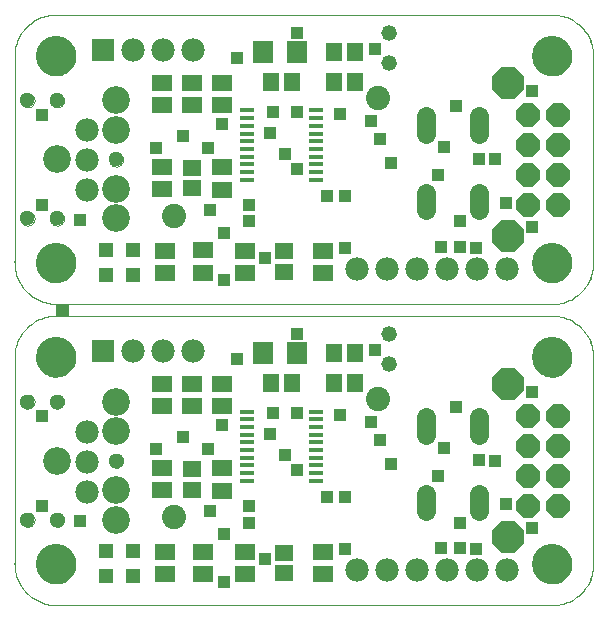
<source format=gts>
G75*
G70*
%OFA0B0*%
%FSLAX24Y24*%
%IPPOS*%
%LPD*%
%AMOC8*
5,1,8,0,0,1.08239X$1,22.5*
%
%ADD10C,0.0000*%
%ADD11R,0.0394X0.0394*%
%ADD12C,0.0000*%
%ADD13C,0.0926*%
%ADD14C,0.0512*%
%ADD15OC8,0.0780*%
%ADD16R,0.0512X0.0512*%
%ADD17R,0.0670X0.0552*%
%ADD18R,0.0552X0.0631*%
%ADD19R,0.0670X0.0749*%
%ADD20C,0.0808*%
%ADD21R,0.0512X0.0158*%
%ADD22C,0.0520*%
%ADD23R,0.0780X0.0780*%
%ADD24C,0.0780*%
%ADD25R,0.0631X0.0552*%
%ADD26C,0.0631*%
%ADD27C,0.1340*%
%ADD28OC8,0.1040*%
%ADD29R,0.0396X0.0396*%
%ADD30C,0.0000*%
%ADD31C,0.0926*%
%ADD32C,0.0512*%
%ADD33OC8,0.0780*%
%ADD34R,0.0512X0.0512*%
%ADD35R,0.0670X0.0552*%
%ADD36R,0.0552X0.0631*%
%ADD37R,0.0670X0.0749*%
%ADD38C,0.0808*%
%ADD39R,0.0512X0.0158*%
%ADD40C,0.0520*%
%ADD41R,0.0780X0.0780*%
%ADD42C,0.0780*%
%ADD43R,0.0631X0.0552*%
%ADD44C,0.0631*%
%ADD45C,0.1340*%
%ADD46OC8,0.1040*%
%ADD47R,0.0396X0.0396*%
D10*
X000100Y001475D02*
X000100Y001517D01*
X000100Y008368D01*
X000100Y008371D01*
X000100Y008368D02*
X000102Y008440D01*
X000108Y008512D01*
X000117Y008584D01*
X000130Y008655D01*
X000147Y008725D01*
X000167Y008794D01*
X000192Y008862D01*
X000219Y008928D01*
X000250Y008994D01*
X000285Y009057D01*
X000322Y009119D01*
X000363Y009178D01*
X000407Y009235D01*
X000454Y009290D01*
X000504Y009342D01*
X000556Y009392D01*
X000611Y009439D01*
X000668Y009483D01*
X000727Y009524D01*
X000789Y009561D01*
X000852Y009596D01*
X000918Y009627D01*
X000984Y009654D01*
X001052Y009679D01*
X001121Y009699D01*
X001191Y009716D01*
X001262Y009729D01*
X001334Y009738D01*
X001406Y009744D01*
X001478Y009746D01*
X001478Y010139D01*
X001475Y010139D01*
X001475Y009746D02*
X001478Y009746D01*
X001872Y009746D02*
X018014Y009746D01*
X018014Y010139D02*
X001872Y010139D01*
X001872Y009746D01*
X001478Y010139D02*
X001405Y010142D01*
X001332Y010149D01*
X001260Y010159D01*
X001188Y010174D01*
X001117Y010192D01*
X001047Y010214D01*
X000979Y010239D01*
X000911Y010268D01*
X000846Y010300D01*
X000782Y010336D01*
X000720Y010375D01*
X000660Y010418D01*
X000603Y010463D01*
X000548Y010511D01*
X000496Y010562D01*
X000446Y010616D01*
X000399Y010673D01*
X000356Y010731D01*
X000315Y010792D01*
X000278Y010855D01*
X000244Y010920D01*
X000213Y010986D01*
X000186Y011054D01*
X000162Y011124D01*
X000143Y011194D01*
X000127Y011266D01*
X000114Y011338D01*
X000106Y011410D01*
X000101Y011484D01*
X000100Y011557D01*
X000100Y018407D01*
X000100Y018410D01*
X000100Y018407D02*
X000102Y018479D01*
X000108Y018551D01*
X000117Y018623D01*
X000130Y018694D01*
X000147Y018764D01*
X000167Y018833D01*
X000192Y018901D01*
X000219Y018967D01*
X000250Y019033D01*
X000285Y019096D01*
X000322Y019158D01*
X000363Y019217D01*
X000407Y019274D01*
X000454Y019329D01*
X000504Y019381D01*
X000556Y019431D01*
X000611Y019478D01*
X000668Y019522D01*
X000727Y019563D01*
X000789Y019600D01*
X000852Y019635D01*
X000918Y019666D01*
X000984Y019693D01*
X001052Y019718D01*
X001121Y019738D01*
X001191Y019755D01*
X001262Y019768D01*
X001334Y019777D01*
X001406Y019783D01*
X001478Y019785D01*
X018014Y019785D01*
X018086Y019783D01*
X018158Y019777D01*
X018230Y019768D01*
X018301Y019755D01*
X018371Y019738D01*
X018440Y019718D01*
X018508Y019693D01*
X018574Y019666D01*
X018640Y019635D01*
X018703Y019600D01*
X018765Y019563D01*
X018824Y019522D01*
X018881Y019478D01*
X018936Y019431D01*
X018988Y019381D01*
X019038Y019329D01*
X019085Y019274D01*
X019129Y019217D01*
X019170Y019158D01*
X019207Y019096D01*
X019242Y019033D01*
X019273Y018967D01*
X019300Y018901D01*
X019325Y018833D01*
X019345Y018764D01*
X019362Y018694D01*
X019375Y018623D01*
X019384Y018551D01*
X019390Y018479D01*
X019392Y018407D01*
X019391Y018407D02*
X019391Y011517D01*
X019392Y011517D02*
X019390Y011445D01*
X019384Y011373D01*
X019375Y011301D01*
X019362Y011230D01*
X019345Y011160D01*
X019325Y011091D01*
X019300Y011023D01*
X019273Y010957D01*
X019242Y010891D01*
X019207Y010828D01*
X019170Y010766D01*
X019129Y010707D01*
X019085Y010650D01*
X019038Y010595D01*
X018988Y010543D01*
X018936Y010493D01*
X018881Y010446D01*
X018824Y010402D01*
X018765Y010361D01*
X018703Y010324D01*
X018640Y010289D01*
X018574Y010258D01*
X018508Y010231D01*
X018440Y010206D01*
X018371Y010186D01*
X018301Y010169D01*
X018230Y010156D01*
X018158Y010147D01*
X018086Y010141D01*
X018014Y010139D01*
X018017Y010139D01*
X018014Y009746D02*
X018086Y009744D01*
X018158Y009738D01*
X018230Y009729D01*
X018301Y009716D01*
X018371Y009699D01*
X018440Y009679D01*
X018508Y009654D01*
X018574Y009627D01*
X018640Y009596D01*
X018703Y009561D01*
X018765Y009524D01*
X018824Y009483D01*
X018881Y009439D01*
X018936Y009392D01*
X018988Y009342D01*
X019038Y009290D01*
X019085Y009235D01*
X019129Y009178D01*
X019170Y009119D01*
X019207Y009057D01*
X019242Y008994D01*
X019273Y008928D01*
X019300Y008862D01*
X019325Y008794D01*
X019345Y008725D01*
X019362Y008655D01*
X019375Y008584D01*
X019384Y008512D01*
X019390Y008440D01*
X019392Y008368D01*
X019391Y008368D02*
X019391Y001478D01*
X019392Y001478D02*
X019390Y001406D01*
X019384Y001334D01*
X019375Y001262D01*
X019362Y001191D01*
X019345Y001121D01*
X019325Y001052D01*
X019300Y000984D01*
X019273Y000918D01*
X019242Y000852D01*
X019207Y000789D01*
X019170Y000727D01*
X019129Y000668D01*
X019085Y000611D01*
X019038Y000556D01*
X018988Y000504D01*
X018936Y000454D01*
X018881Y000407D01*
X018824Y000363D01*
X018765Y000322D01*
X018703Y000285D01*
X018640Y000250D01*
X018574Y000219D01*
X018508Y000192D01*
X018440Y000167D01*
X018371Y000147D01*
X018301Y000130D01*
X018230Y000117D01*
X018158Y000108D01*
X018086Y000102D01*
X018014Y000100D01*
X018017Y000100D01*
X018014Y000100D02*
X001478Y000100D01*
X001475Y000100D01*
X001478Y000100D02*
X001405Y000103D01*
X001332Y000110D01*
X001260Y000120D01*
X001188Y000135D01*
X001117Y000153D01*
X001047Y000175D01*
X000979Y000200D01*
X000911Y000229D01*
X000846Y000261D01*
X000782Y000297D01*
X000720Y000336D01*
X000660Y000379D01*
X000603Y000424D01*
X000548Y000472D01*
X000496Y000523D01*
X000446Y000577D01*
X000399Y000634D01*
X000356Y000692D01*
X000315Y000753D01*
X000278Y000816D01*
X000244Y000881D01*
X000213Y000947D01*
X000186Y001015D01*
X000162Y001085D01*
X000143Y001155D01*
X000127Y001227D01*
X000114Y001299D01*
X000106Y001371D01*
X000101Y001445D01*
X000100Y001518D01*
X000100Y011514D02*
X000100Y011557D01*
D11*
X001675Y009943D03*
D12*
X1475Y100D02*
X1478Y100D01*
X18013Y100D01*
X18016Y100D01*
X17366Y1475D02*
X17368Y1525D01*
X17374Y1575D01*
X17384Y1625D01*
X17397Y1673D01*
X17414Y1721D01*
X17435Y1767D01*
X17459Y1811D01*
X17487Y1853D01*
X17518Y1893D01*
X17552Y1930D01*
X17589Y1965D01*
X17628Y1996D01*
X17669Y2025D01*
X17713Y2050D01*
X17759Y2072D01*
X17806Y2090D01*
X17854Y2104D01*
X17903Y2115D01*
X17953Y2122D01*
X18003Y2125D01*
X18054Y2124D01*
X18104Y2119D01*
X18154Y2110D01*
X18202Y2098D01*
X18250Y2081D01*
X18296Y2061D01*
X18341Y2038D01*
X18384Y2011D01*
X18424Y1981D01*
X18462Y1948D01*
X18497Y1912D01*
X18530Y1873D01*
X18559Y1832D01*
X18585Y1789D01*
X18608Y1744D01*
X18627Y1697D01*
X18642Y1649D01*
X18654Y1600D01*
X18662Y1550D01*
X18666Y1500D01*
X18666Y1450D01*
X18662Y1400D01*
X18654Y1350D01*
X18642Y1301D01*
X18627Y1253D01*
X18608Y1206D01*
X18585Y1161D01*
X18559Y1118D01*
X18530Y1077D01*
X18497Y1038D01*
X18462Y1002D01*
X18424Y969D01*
X18384Y939D01*
X18341Y912D01*
X18296Y889D01*
X18250Y869D01*
X18202Y852D01*
X18154Y840D01*
X18104Y831D01*
X18054Y826D01*
X18003Y825D01*
X17953Y828D01*
X17903Y835D01*
X17854Y846D01*
X17806Y860D01*
X17759Y878D01*
X17713Y900D01*
X17669Y925D01*
X17628Y954D01*
X17589Y985D01*
X17552Y1020D01*
X17518Y1057D01*
X17487Y1097D01*
X17459Y1139D01*
X17435Y1183D01*
X17414Y1229D01*
X17397Y1277D01*
X17384Y1325D01*
X17374Y1375D01*
X17368Y1425D01*
X17366Y1475D01*
X18013Y100D02*
X18085Y102D01*
X18157Y108D01*
X18229Y117D01*
X18300Y130D01*
X18370Y147D01*
X18439Y167D01*
X18507Y192D01*
X18573Y219D01*
X18639Y250D01*
X18702Y285D01*
X18764Y322D01*
X18823Y363D01*
X18880Y407D01*
X18935Y454D01*
X18987Y504D01*
X19037Y556D01*
X19084Y611D01*
X19128Y668D01*
X19169Y727D01*
X19206Y789D01*
X19241Y852D01*
X19272Y918D01*
X19299Y984D01*
X19324Y1052D01*
X19344Y1121D01*
X19361Y1191D01*
X19374Y1262D01*
X19383Y1334D01*
X19389Y1406D01*
X19391Y1478D01*
X19391Y8368D01*
X17363Y8368D02*
X17365Y8418D01*
X17371Y8468D01*
X17381Y8518D01*
X17394Y8566D01*
X17411Y8614D01*
X17432Y8660D01*
X17456Y8704D01*
X17484Y8746D01*
X17515Y8786D01*
X17549Y8823D01*
X17586Y8858D01*
X17625Y8889D01*
X17666Y8918D01*
X17710Y8943D01*
X17756Y8965D01*
X17803Y8983D01*
X17851Y8997D01*
X17900Y9008D01*
X17950Y9015D01*
X18000Y9018D01*
X18051Y9017D01*
X18101Y9012D01*
X18151Y9003D01*
X18199Y8991D01*
X18247Y8974D01*
X18293Y8954D01*
X18338Y8931D01*
X18381Y8904D01*
X18421Y8874D01*
X18459Y8841D01*
X18494Y8805D01*
X18527Y8766D01*
X18556Y8725D01*
X18582Y8682D01*
X18605Y8637D01*
X18624Y8590D01*
X18639Y8542D01*
X18651Y8493D01*
X18659Y8443D01*
X18663Y8393D01*
X18663Y8343D01*
X18659Y8293D01*
X18651Y8243D01*
X18639Y8194D01*
X18624Y8146D01*
X18605Y8099D01*
X18582Y8054D01*
X18556Y8011D01*
X18527Y7970D01*
X18494Y7931D01*
X18459Y7895D01*
X18421Y7862D01*
X18381Y7832D01*
X18338Y7805D01*
X18293Y7782D01*
X18247Y7762D01*
X18199Y7745D01*
X18151Y7733D01*
X18101Y7724D01*
X18051Y7719D01*
X18000Y7718D01*
X17950Y7721D01*
X17900Y7728D01*
X17851Y7739D01*
X17803Y7753D01*
X17756Y7771D01*
X17710Y7793D01*
X17666Y7818D01*
X17625Y7847D01*
X17586Y7878D01*
X17549Y7913D01*
X17515Y7950D01*
X17484Y7990D01*
X17456Y8032D01*
X17432Y8076D01*
X17411Y8122D01*
X17394Y8170D01*
X17381Y8218D01*
X17371Y8268D01*
X17365Y8318D01*
X17363Y8368D01*
X18013Y9746D02*
X18085Y9744D01*
X18157Y9738D01*
X18229Y9729D01*
X18300Y9716D01*
X18370Y9699D01*
X18439Y9679D01*
X18507Y9654D01*
X18573Y9627D01*
X18639Y9596D01*
X18702Y9561D01*
X18764Y9524D01*
X18823Y9483D01*
X18880Y9439D01*
X18935Y9392D01*
X18987Y9342D01*
X19037Y9290D01*
X19084Y9235D01*
X19128Y9178D01*
X19169Y9119D01*
X19206Y9057D01*
X19241Y8994D01*
X19272Y8928D01*
X19299Y8862D01*
X19324Y8794D01*
X19344Y8725D01*
X19361Y8655D01*
X19374Y8584D01*
X19383Y8512D01*
X19389Y8440D01*
X19391Y8368D01*
X18013Y9746D02*
X1478Y9746D01*
X825Y8371D02*
X827Y8421D01*
X833Y8471D01*
X843Y8521D01*
X856Y8569D01*
X873Y8617D01*
X894Y8663D01*
X918Y8707D01*
X946Y8749D01*
X977Y8789D01*
X1011Y8826D01*
X1048Y8861D01*
X1087Y8892D01*
X1128Y8921D01*
X1172Y8946D01*
X1218Y8968D01*
X1265Y8986D01*
X1313Y9000D01*
X1362Y9011D01*
X1412Y9018D01*
X1462Y9021D01*
X1513Y9020D01*
X1563Y9015D01*
X1613Y9006D01*
X1661Y8994D01*
X1709Y8977D01*
X1755Y8957D01*
X1800Y8934D01*
X1843Y8907D01*
X1883Y8877D01*
X1921Y8844D01*
X1956Y8808D01*
X1989Y8769D01*
X2018Y8728D01*
X2044Y8685D01*
X2067Y8640D01*
X2086Y8593D01*
X2101Y8545D01*
X2113Y8496D01*
X2121Y8446D01*
X2125Y8396D01*
X2125Y8346D01*
X2121Y8296D01*
X2113Y8246D01*
X2101Y8197D01*
X2086Y8149D01*
X2067Y8102D01*
X2044Y8057D01*
X2018Y8014D01*
X1989Y7973D01*
X1956Y7934D01*
X1921Y7898D01*
X1883Y7865D01*
X1843Y7835D01*
X1800Y7808D01*
X1755Y7785D01*
X1709Y7765D01*
X1661Y7748D01*
X1613Y7736D01*
X1563Y7727D01*
X1513Y7722D01*
X1462Y7721D01*
X1412Y7724D01*
X1362Y7731D01*
X1313Y7742D01*
X1265Y7756D01*
X1218Y7774D01*
X1172Y7796D01*
X1128Y7821D01*
X1087Y7850D01*
X1048Y7881D01*
X1011Y7916D01*
X977Y7953D01*
X946Y7993D01*
X918Y8035D01*
X894Y8079D01*
X873Y8125D01*
X856Y8173D01*
X843Y8221D01*
X833Y8271D01*
X827Y8321D01*
X825Y8371D01*
X100Y8368D02*
X102Y8440D01*
X108Y8512D01*
X117Y8584D01*
X130Y8655D01*
X147Y8725D01*
X167Y8794D01*
X192Y8862D01*
X219Y8928D01*
X250Y8994D01*
X285Y9057D01*
X322Y9119D01*
X363Y9178D01*
X407Y9235D01*
X454Y9290D01*
X504Y9342D01*
X556Y9392D01*
X611Y9439D01*
X668Y9483D01*
X727Y9524D01*
X789Y9561D01*
X852Y9596D01*
X918Y9627D01*
X984Y9654D01*
X1052Y9679D01*
X1121Y9699D01*
X1191Y9716D01*
X1262Y9729D01*
X1334Y9738D01*
X1406Y9744D01*
X1478Y9746D01*
X100Y8371D02*
X100Y8368D01*
X100Y1518D01*
X100Y1475D01*
X825Y1475D02*
X827Y1525D01*
X833Y1575D01*
X843Y1625D01*
X856Y1673D01*
X873Y1721D01*
X894Y1767D01*
X918Y1811D01*
X946Y1853D01*
X977Y1893D01*
X1011Y1930D01*
X1048Y1965D01*
X1087Y1996D01*
X1128Y2025D01*
X1172Y2050D01*
X1218Y2072D01*
X1265Y2090D01*
X1313Y2104D01*
X1362Y2115D01*
X1412Y2122D01*
X1462Y2125D01*
X1513Y2124D01*
X1563Y2119D01*
X1613Y2110D01*
X1661Y2098D01*
X1709Y2081D01*
X1755Y2061D01*
X1800Y2038D01*
X1843Y2011D01*
X1883Y1981D01*
X1921Y1948D01*
X1956Y1912D01*
X1989Y1873D01*
X2018Y1832D01*
X2044Y1789D01*
X2067Y1744D01*
X2086Y1697D01*
X2101Y1649D01*
X2113Y1600D01*
X2121Y1550D01*
X2125Y1500D01*
X2125Y1450D01*
X2121Y1400D01*
X2113Y1350D01*
X2101Y1301D01*
X2086Y1253D01*
X2067Y1206D01*
X2044Y1161D01*
X2018Y1118D01*
X1989Y1077D01*
X1956Y1038D01*
X1921Y1002D01*
X1883Y969D01*
X1843Y939D01*
X1800Y912D01*
X1755Y889D01*
X1709Y869D01*
X1661Y852D01*
X1613Y840D01*
X1563Y831D01*
X1513Y826D01*
X1462Y825D01*
X1412Y828D01*
X1362Y835D01*
X1313Y846D01*
X1265Y860D01*
X1218Y878D01*
X1172Y900D01*
X1128Y925D01*
X1087Y954D01*
X1048Y985D01*
X1011Y1020D01*
X977Y1057D01*
X946Y1097D01*
X918Y1139D01*
X894Y1183D01*
X873Y1229D01*
X856Y1277D01*
X843Y1325D01*
X833Y1375D01*
X827Y1425D01*
X825Y1475D01*
X99Y1518D02*
X100Y1445D01*
X105Y1371D01*
X113Y1299D01*
X126Y1227D01*
X142Y1155D01*
X161Y1085D01*
X185Y1015D01*
X212Y947D01*
X243Y881D01*
X277Y816D01*
X314Y753D01*
X355Y692D01*
X398Y634D01*
X445Y577D01*
X495Y523D01*
X547Y472D01*
X602Y424D01*
X659Y379D01*
X719Y336D01*
X781Y297D01*
X845Y261D01*
X910Y229D01*
X978Y200D01*
X1046Y175D01*
X1116Y153D01*
X1187Y135D01*
X1259Y120D01*
X1331Y110D01*
X1404Y103D01*
X1477Y100D01*
X1281Y2951D02*
X1283Y2981D01*
X1289Y3011D01*
X1298Y3040D01*
X1311Y3067D01*
X1328Y3092D01*
X1347Y3115D01*
X1370Y3136D01*
X1395Y3153D01*
X1421Y3167D01*
X1450Y3177D01*
X1479Y3184D01*
X1509Y3187D01*
X1540Y3186D01*
X1570Y3181D01*
X1599Y3172D01*
X1626Y3160D01*
X1652Y3145D01*
X1676Y3126D01*
X1697Y3104D01*
X1715Y3080D01*
X1730Y3053D01*
X1741Y3025D01*
X1749Y2996D01*
X1753Y2966D01*
X1753Y2936D01*
X1749Y2906D01*
X1741Y2877D01*
X1730Y2849D01*
X1715Y2822D01*
X1697Y2798D01*
X1676Y2776D01*
X1652Y2757D01*
X1626Y2742D01*
X1599Y2730D01*
X1570Y2721D01*
X1540Y2716D01*
X1509Y2715D01*
X1479Y2718D01*
X1450Y2725D01*
X1421Y2735D01*
X1395Y2749D01*
X1370Y2766D01*
X1347Y2787D01*
X1328Y2810D01*
X1311Y2835D01*
X1298Y2862D01*
X1289Y2891D01*
X1283Y2921D01*
X1281Y2951D01*
X297Y2951D02*
X299Y2981D01*
X305Y3011D01*
X314Y3040D01*
X327Y3067D01*
X344Y3092D01*
X363Y3115D01*
X386Y3136D01*
X411Y3153D01*
X437Y3167D01*
X466Y3177D01*
X495Y3184D01*
X525Y3187D01*
X556Y3186D01*
X586Y3181D01*
X615Y3172D01*
X642Y3160D01*
X668Y3145D01*
X692Y3126D01*
X713Y3104D01*
X731Y3080D01*
X746Y3053D01*
X757Y3025D01*
X765Y2996D01*
X769Y2966D01*
X769Y2936D01*
X765Y2906D01*
X757Y2877D01*
X746Y2849D01*
X731Y2822D01*
X713Y2798D01*
X692Y2776D01*
X668Y2757D01*
X642Y2742D01*
X615Y2730D01*
X586Y2721D01*
X556Y2716D01*
X525Y2715D01*
X495Y2718D01*
X466Y2725D01*
X437Y2735D01*
X411Y2749D01*
X386Y2766D01*
X363Y2787D01*
X344Y2810D01*
X327Y2835D01*
X314Y2862D01*
X305Y2891D01*
X299Y2921D01*
X297Y2951D01*
X3250Y4919D02*
X3252Y4949D01*
X3258Y4979D01*
X3267Y5008D01*
X3280Y5035D01*
X3297Y5060D01*
X3316Y5083D01*
X3339Y5104D01*
X3364Y5121D01*
X3390Y5135D01*
X3419Y5145D01*
X3448Y5152D01*
X3478Y5155D01*
X3509Y5154D01*
X3539Y5149D01*
X3568Y5140D01*
X3595Y5128D01*
X3621Y5113D01*
X3645Y5094D01*
X3666Y5072D01*
X3684Y5048D01*
X3699Y5021D01*
X3710Y4993D01*
X3718Y4964D01*
X3722Y4934D01*
X3722Y4904D01*
X3718Y4874D01*
X3710Y4845D01*
X3699Y4817D01*
X3684Y4790D01*
X3666Y4766D01*
X3645Y4744D01*
X3621Y4725D01*
X3595Y4710D01*
X3568Y4698D01*
X3539Y4689D01*
X3509Y4684D01*
X3478Y4683D01*
X3448Y4686D01*
X3419Y4693D01*
X3390Y4703D01*
X3364Y4717D01*
X3339Y4734D01*
X3316Y4755D01*
X3297Y4778D01*
X3280Y4803D01*
X3267Y4830D01*
X3258Y4859D01*
X3252Y4889D01*
X3250Y4919D01*
X1281Y6888D02*
X1283Y6918D01*
X1289Y6948D01*
X1298Y6977D01*
X1311Y7004D01*
X1328Y7029D01*
X1347Y7052D01*
X1370Y7073D01*
X1395Y7090D01*
X1421Y7104D01*
X1450Y7114D01*
X1479Y7121D01*
X1509Y7124D01*
X1540Y7123D01*
X1570Y7118D01*
X1599Y7109D01*
X1626Y7097D01*
X1652Y7082D01*
X1676Y7063D01*
X1697Y7041D01*
X1715Y7017D01*
X1730Y6990D01*
X1741Y6962D01*
X1749Y6933D01*
X1753Y6903D01*
X1753Y6873D01*
X1749Y6843D01*
X1741Y6814D01*
X1730Y6786D01*
X1715Y6759D01*
X1697Y6735D01*
X1676Y6713D01*
X1652Y6694D01*
X1626Y6679D01*
X1599Y6667D01*
X1570Y6658D01*
X1540Y6653D01*
X1509Y6652D01*
X1479Y6655D01*
X1450Y6662D01*
X1421Y6672D01*
X1395Y6686D01*
X1370Y6703D01*
X1347Y6724D01*
X1328Y6747D01*
X1311Y6772D01*
X1298Y6799D01*
X1289Y6828D01*
X1283Y6858D01*
X1281Y6888D01*
X297Y6888D02*
X299Y6918D01*
X305Y6948D01*
X314Y6977D01*
X327Y7004D01*
X344Y7029D01*
X363Y7052D01*
X386Y7073D01*
X411Y7090D01*
X437Y7104D01*
X466Y7114D01*
X495Y7121D01*
X525Y7124D01*
X556Y7123D01*
X586Y7118D01*
X615Y7109D01*
X642Y7097D01*
X668Y7082D01*
X692Y7063D01*
X713Y7041D01*
X731Y7017D01*
X746Y6990D01*
X757Y6962D01*
X765Y6933D01*
X769Y6903D01*
X769Y6873D01*
X765Y6843D01*
X757Y6814D01*
X746Y6786D01*
X731Y6759D01*
X713Y6735D01*
X692Y6713D01*
X668Y6694D01*
X642Y6679D01*
X615Y6667D01*
X586Y6658D01*
X556Y6653D01*
X525Y6652D01*
X495Y6655D01*
X466Y6662D01*
X437Y6672D01*
X411Y6686D01*
X386Y6703D01*
X363Y6724D01*
X344Y6747D01*
X327Y6772D01*
X314Y6799D01*
X305Y6828D01*
X299Y6858D01*
X297Y6888D01*
D13*
X3486Y6888D03*
X3486Y5903D03*
X1517Y4919D03*
X3486Y3935D03*
X3486Y2951D03*
D14*
X1517Y2951D03*
X533Y2951D03*
X3486Y4919D03*
X1517Y6888D03*
X533Y6888D03*
D15*
X17214Y6416D03*
X18214Y6416D03*
X18214Y5416D03*
X17214Y5416D03*
X17214Y4416D03*
X18214Y4416D03*
X18214Y3416D03*
X17214Y3416D03*
D16*
X4037Y1892D03*
X3151Y1892D03*
X3151Y1065D03*
X4037Y1065D03*
D17*
X5102Y1133D03*
X5102Y1881D03*
X6389Y1887D03*
X6389Y1139D03*
X7777Y1134D03*
X7777Y1882D03*
X10398Y1881D03*
X10398Y1133D03*
X7000Y3917D03*
X7000Y4665D03*
X5000Y4674D03*
X5000Y3926D03*
X5000Y6726D03*
X6000Y6726D03*
X7000Y6726D03*
X7000Y7474D03*
X6000Y7474D03*
X5000Y7474D03*
D18*
X8665Y7500D03*
X9334Y7500D03*
X10765Y7500D03*
X11434Y7500D03*
X11434Y8500D03*
X10765Y8500D03*
D19*
X9501Y8508D03*
X8399Y8508D03*
D20*
X12219Y6966D03*
X5400Y3029D03*
D21*
X7858Y4249D03*
X7858Y4505D03*
X7858Y4760D03*
X7858Y5016D03*
X7858Y5272D03*
X7858Y5528D03*
X7858Y5784D03*
X7858Y6040D03*
X7858Y6296D03*
X7858Y6552D03*
X10141Y6552D03*
X10141Y6296D03*
X10141Y6040D03*
X10141Y5784D03*
X10141Y5528D03*
X10141Y5272D03*
X10141Y5016D03*
X10141Y4760D03*
X10141Y4505D03*
X10141Y4249D03*
D22*
X12578Y8129D03*
X12578Y9129D03*
D23*
X3044Y8579D03*
D24*
X4044Y8579D03*
X5044Y8579D03*
X6044Y8579D03*
X2520Y5890D03*
X2520Y4890D03*
X2520Y3890D03*
X11531Y1276D03*
X12531Y1276D03*
X13531Y1276D03*
X14531Y1276D03*
X15531Y1276D03*
X16531Y1276D03*
D25*
X9082Y1182D03*
X9082Y1852D03*
X6006Y3956D03*
X6006Y4625D03*
D26*
X13814Y3816D02*
X13814Y3225D01*
X15586Y3225D02*
X15586Y3816D01*
X15586Y5784D02*
X15586Y6375D01*
X13814Y6375D02*
X13814Y5784D01*
D27*
X18013Y8368D03*
X18016Y1475D03*
X1475Y1475D03*
X1475Y8371D03*
D28*
X16537Y7482D03*
X16537Y2364D03*
D29*
X17356Y2671D03*
X16470Y3458D03*
X14962Y2856D03*
X14954Y2002D03*
X15486Y1982D03*
X14306Y2000D03*
X11123Y1970D03*
X8454Y1629D03*
X7088Y888D03*
X7088Y2462D03*
X7927Y2856D03*
X7925Y3397D03*
X6600Y3250D03*
X9500Y4600D03*
X9100Y5100D03*
X8600Y5800D03*
X8700Y6500D03*
X9500Y6500D03*
X10950Y6450D03*
X11993Y6194D03*
X12295Y5603D03*
X12637Y4806D03*
X14200Y4400D03*
X15584Y4935D03*
X16122Y4924D03*
X14400Y5350D03*
X14800Y6700D03*
X17356Y7199D03*
X12100Y8595D03*
X9500Y9150D03*
X7503Y8297D03*
X7000Y6100D03*
X5700Y5700D03*
X6550Y5300D03*
X4800Y5300D03*
X1000Y6400D03*
X1000Y3400D03*
X2287Y2913D03*
X10500Y3700D03*
X11100Y3700D03*
D30*
X1475Y10140D02*
X1478Y10140D01*
X18013Y10140D01*
X18016Y10140D01*
X17366Y11515D02*
X17368Y11565D01*
X17374Y11615D01*
X17384Y11665D01*
X17397Y11713D01*
X17414Y11761D01*
X17435Y11807D01*
X17459Y11851D01*
X17487Y11893D01*
X17518Y11933D01*
X17552Y11970D01*
X17589Y12005D01*
X17628Y12036D01*
X17669Y12065D01*
X17713Y12090D01*
X17759Y12112D01*
X17806Y12130D01*
X17854Y12144D01*
X17903Y12155D01*
X17953Y12162D01*
X18003Y12165D01*
X18054Y12164D01*
X18104Y12159D01*
X18154Y12150D01*
X18202Y12138D01*
X18250Y12121D01*
X18296Y12101D01*
X18341Y12078D01*
X18384Y12051D01*
X18424Y12021D01*
X18462Y11988D01*
X18497Y11952D01*
X18530Y11913D01*
X18559Y11872D01*
X18585Y11829D01*
X18608Y11784D01*
X18627Y11737D01*
X18642Y11689D01*
X18654Y11640D01*
X18662Y11590D01*
X18666Y11540D01*
X18666Y11490D01*
X18662Y11440D01*
X18654Y11390D01*
X18642Y11341D01*
X18627Y11293D01*
X18608Y11246D01*
X18585Y11201D01*
X18559Y11158D01*
X18530Y11117D01*
X18497Y11078D01*
X18462Y11042D01*
X18424Y11009D01*
X18384Y10979D01*
X18341Y10952D01*
X18296Y10929D01*
X18250Y10909D01*
X18202Y10892D01*
X18154Y10880D01*
X18104Y10871D01*
X18054Y10866D01*
X18003Y10865D01*
X17953Y10868D01*
X17903Y10875D01*
X17854Y10886D01*
X17806Y10900D01*
X17759Y10918D01*
X17713Y10940D01*
X17669Y10965D01*
X17628Y10994D01*
X17589Y11025D01*
X17552Y11060D01*
X17518Y11097D01*
X17487Y11137D01*
X17459Y11179D01*
X17435Y11223D01*
X17414Y11269D01*
X17397Y11317D01*
X17384Y11365D01*
X17374Y11415D01*
X17368Y11465D01*
X17366Y11515D01*
X18013Y10140D02*
X18085Y10142D01*
X18157Y10148D01*
X18229Y10157D01*
X18300Y10170D01*
X18370Y10187D01*
X18439Y10207D01*
X18507Y10232D01*
X18573Y10259D01*
X18639Y10290D01*
X18702Y10325D01*
X18764Y10362D01*
X18823Y10403D01*
X18880Y10447D01*
X18935Y10494D01*
X18987Y10544D01*
X19037Y10596D01*
X19084Y10651D01*
X19128Y10708D01*
X19169Y10767D01*
X19206Y10829D01*
X19241Y10892D01*
X19272Y10958D01*
X19299Y11024D01*
X19324Y11092D01*
X19344Y11161D01*
X19361Y11231D01*
X19374Y11302D01*
X19383Y11374D01*
X19389Y11446D01*
X19391Y11518D01*
X19391Y18408D01*
X17363Y18408D02*
X17365Y18458D01*
X17371Y18508D01*
X17381Y18558D01*
X17394Y18606D01*
X17411Y18654D01*
X17432Y18700D01*
X17456Y18744D01*
X17484Y18786D01*
X17515Y18826D01*
X17549Y18863D01*
X17586Y18898D01*
X17625Y18929D01*
X17666Y18958D01*
X17710Y18983D01*
X17756Y19005D01*
X17803Y19023D01*
X17851Y19037D01*
X17900Y19048D01*
X17950Y19055D01*
X18000Y19058D01*
X18051Y19057D01*
X18101Y19052D01*
X18151Y19043D01*
X18199Y19031D01*
X18247Y19014D01*
X18293Y18994D01*
X18338Y18971D01*
X18381Y18944D01*
X18421Y18914D01*
X18459Y18881D01*
X18494Y18845D01*
X18527Y18806D01*
X18556Y18765D01*
X18582Y18722D01*
X18605Y18677D01*
X18624Y18630D01*
X18639Y18582D01*
X18651Y18533D01*
X18659Y18483D01*
X18663Y18433D01*
X18663Y18383D01*
X18659Y18333D01*
X18651Y18283D01*
X18639Y18234D01*
X18624Y18186D01*
X18605Y18139D01*
X18582Y18094D01*
X18556Y18051D01*
X18527Y18010D01*
X18494Y17971D01*
X18459Y17935D01*
X18421Y17902D01*
X18381Y17872D01*
X18338Y17845D01*
X18293Y17822D01*
X18247Y17802D01*
X18199Y17785D01*
X18151Y17773D01*
X18101Y17764D01*
X18051Y17759D01*
X18000Y17758D01*
X17950Y17761D01*
X17900Y17768D01*
X17851Y17779D01*
X17803Y17793D01*
X17756Y17811D01*
X17710Y17833D01*
X17666Y17858D01*
X17625Y17887D01*
X17586Y17918D01*
X17549Y17953D01*
X17515Y17990D01*
X17484Y18030D01*
X17456Y18072D01*
X17432Y18116D01*
X17411Y18162D01*
X17394Y18210D01*
X17381Y18258D01*
X17371Y18308D01*
X17365Y18358D01*
X17363Y18408D01*
X18013Y19786D02*
X18085Y19784D01*
X18157Y19778D01*
X18229Y19769D01*
X18300Y19756D01*
X18370Y19739D01*
X18439Y19719D01*
X18507Y19694D01*
X18573Y19667D01*
X18639Y19636D01*
X18702Y19601D01*
X18764Y19564D01*
X18823Y19523D01*
X18880Y19479D01*
X18935Y19432D01*
X18987Y19382D01*
X19037Y19330D01*
X19084Y19275D01*
X19128Y19218D01*
X19169Y19159D01*
X19206Y19097D01*
X19241Y19034D01*
X19272Y18968D01*
X19299Y18902D01*
X19324Y18834D01*
X19344Y18765D01*
X19361Y18695D01*
X19374Y18624D01*
X19383Y18552D01*
X19389Y18480D01*
X19391Y18408D01*
X18013Y19786D02*
X1478Y19786D01*
X825Y18411D02*
X827Y18461D01*
X833Y18511D01*
X843Y18561D01*
X856Y18609D01*
X873Y18657D01*
X894Y18703D01*
X918Y18747D01*
X946Y18789D01*
X977Y18829D01*
X1011Y18866D01*
X1048Y18901D01*
X1087Y18932D01*
X1128Y18961D01*
X1172Y18986D01*
X1218Y19008D01*
X1265Y19026D01*
X1313Y19040D01*
X1362Y19051D01*
X1412Y19058D01*
X1462Y19061D01*
X1513Y19060D01*
X1563Y19055D01*
X1613Y19046D01*
X1661Y19034D01*
X1709Y19017D01*
X1755Y18997D01*
X1800Y18974D01*
X1843Y18947D01*
X1883Y18917D01*
X1921Y18884D01*
X1956Y18848D01*
X1989Y18809D01*
X2018Y18768D01*
X2044Y18725D01*
X2067Y18680D01*
X2086Y18633D01*
X2101Y18585D01*
X2113Y18536D01*
X2121Y18486D01*
X2125Y18436D01*
X2125Y18386D01*
X2121Y18336D01*
X2113Y18286D01*
X2101Y18237D01*
X2086Y18189D01*
X2067Y18142D01*
X2044Y18097D01*
X2018Y18054D01*
X1989Y18013D01*
X1956Y17974D01*
X1921Y17938D01*
X1883Y17905D01*
X1843Y17875D01*
X1800Y17848D01*
X1755Y17825D01*
X1709Y17805D01*
X1661Y17788D01*
X1613Y17776D01*
X1563Y17767D01*
X1513Y17762D01*
X1462Y17761D01*
X1412Y17764D01*
X1362Y17771D01*
X1313Y17782D01*
X1265Y17796D01*
X1218Y17814D01*
X1172Y17836D01*
X1128Y17861D01*
X1087Y17890D01*
X1048Y17921D01*
X1011Y17956D01*
X977Y17993D01*
X946Y18033D01*
X918Y18075D01*
X894Y18119D01*
X873Y18165D01*
X856Y18213D01*
X843Y18261D01*
X833Y18311D01*
X827Y18361D01*
X825Y18411D01*
X100Y18408D02*
X102Y18480D01*
X108Y18552D01*
X117Y18624D01*
X130Y18695D01*
X147Y18765D01*
X167Y18834D01*
X192Y18902D01*
X219Y18968D01*
X250Y19034D01*
X285Y19097D01*
X322Y19159D01*
X363Y19218D01*
X407Y19275D01*
X454Y19330D01*
X504Y19382D01*
X556Y19432D01*
X611Y19479D01*
X668Y19523D01*
X727Y19564D01*
X789Y19601D01*
X852Y19636D01*
X918Y19667D01*
X984Y19694D01*
X1052Y19719D01*
X1121Y19739D01*
X1191Y19756D01*
X1262Y19769D01*
X1334Y19778D01*
X1406Y19784D01*
X1478Y19786D01*
X100Y18411D02*
X100Y18408D01*
X100Y11558D01*
X100Y11515D01*
X825Y11515D02*
X827Y11565D01*
X833Y11615D01*
X843Y11665D01*
X856Y11713D01*
X873Y11761D01*
X894Y11807D01*
X918Y11851D01*
X946Y11893D01*
X977Y11933D01*
X1011Y11970D01*
X1048Y12005D01*
X1087Y12036D01*
X1128Y12065D01*
X1172Y12090D01*
X1218Y12112D01*
X1265Y12130D01*
X1313Y12144D01*
X1362Y12155D01*
X1412Y12162D01*
X1462Y12165D01*
X1513Y12164D01*
X1563Y12159D01*
X1613Y12150D01*
X1661Y12138D01*
X1709Y12121D01*
X1755Y12101D01*
X1800Y12078D01*
X1843Y12051D01*
X1883Y12021D01*
X1921Y11988D01*
X1956Y11952D01*
X1989Y11913D01*
X2018Y11872D01*
X2044Y11829D01*
X2067Y11784D01*
X2086Y11737D01*
X2101Y11689D01*
X2113Y11640D01*
X2121Y11590D01*
X2125Y11540D01*
X2125Y11490D01*
X2121Y11440D01*
X2113Y11390D01*
X2101Y11341D01*
X2086Y11293D01*
X2067Y11246D01*
X2044Y11201D01*
X2018Y11158D01*
X1989Y11117D01*
X1956Y11078D01*
X1921Y11042D01*
X1883Y11009D01*
X1843Y10979D01*
X1800Y10952D01*
X1755Y10929D01*
X1709Y10909D01*
X1661Y10892D01*
X1613Y10880D01*
X1563Y10871D01*
X1513Y10866D01*
X1462Y10865D01*
X1412Y10868D01*
X1362Y10875D01*
X1313Y10886D01*
X1265Y10900D01*
X1218Y10918D01*
X1172Y10940D01*
X1128Y10965D01*
X1087Y10994D01*
X1048Y11025D01*
X1011Y11060D01*
X977Y11097D01*
X946Y11137D01*
X918Y11179D01*
X894Y11223D01*
X873Y11269D01*
X856Y11317D01*
X843Y11365D01*
X833Y11415D01*
X827Y11465D01*
X825Y11515D01*
X99Y11558D02*
X100Y11485D01*
X105Y11411D01*
X113Y11339D01*
X126Y11267D01*
X142Y11195D01*
X161Y11125D01*
X185Y11055D01*
X212Y10987D01*
X243Y10921D01*
X277Y10856D01*
X314Y10793D01*
X355Y10732D01*
X398Y10674D01*
X445Y10617D01*
X495Y10563D01*
X547Y10512D01*
X602Y10464D01*
X659Y10419D01*
X719Y10376D01*
X781Y10337D01*
X845Y10301D01*
X910Y10269D01*
X978Y10240D01*
X1046Y10215D01*
X1116Y10193D01*
X1187Y10175D01*
X1259Y10160D01*
X1331Y10150D01*
X1404Y10143D01*
X1477Y10140D01*
X1281Y12991D02*
X1283Y13021D01*
X1289Y13051D01*
X1298Y13080D01*
X1311Y13107D01*
X1328Y13132D01*
X1347Y13155D01*
X1370Y13176D01*
X1395Y13193D01*
X1421Y13207D01*
X1450Y13217D01*
X1479Y13224D01*
X1509Y13227D01*
X1540Y13226D01*
X1570Y13221D01*
X1599Y13212D01*
X1626Y13200D01*
X1652Y13185D01*
X1676Y13166D01*
X1697Y13144D01*
X1715Y13120D01*
X1730Y13093D01*
X1741Y13065D01*
X1749Y13036D01*
X1753Y13006D01*
X1753Y12976D01*
X1749Y12946D01*
X1741Y12917D01*
X1730Y12889D01*
X1715Y12862D01*
X1697Y12838D01*
X1676Y12816D01*
X1652Y12797D01*
X1626Y12782D01*
X1599Y12770D01*
X1570Y12761D01*
X1540Y12756D01*
X1509Y12755D01*
X1479Y12758D01*
X1450Y12765D01*
X1421Y12775D01*
X1395Y12789D01*
X1370Y12806D01*
X1347Y12827D01*
X1328Y12850D01*
X1311Y12875D01*
X1298Y12902D01*
X1289Y12931D01*
X1283Y12961D01*
X1281Y12991D01*
X297Y12991D02*
X299Y13021D01*
X305Y13051D01*
X314Y13080D01*
X327Y13107D01*
X344Y13132D01*
X363Y13155D01*
X386Y13176D01*
X411Y13193D01*
X437Y13207D01*
X466Y13217D01*
X495Y13224D01*
X525Y13227D01*
X556Y13226D01*
X586Y13221D01*
X615Y13212D01*
X642Y13200D01*
X668Y13185D01*
X692Y13166D01*
X713Y13144D01*
X731Y13120D01*
X746Y13093D01*
X757Y13065D01*
X765Y13036D01*
X769Y13006D01*
X769Y12976D01*
X765Y12946D01*
X757Y12917D01*
X746Y12889D01*
X731Y12862D01*
X713Y12838D01*
X692Y12816D01*
X668Y12797D01*
X642Y12782D01*
X615Y12770D01*
X586Y12761D01*
X556Y12756D01*
X525Y12755D01*
X495Y12758D01*
X466Y12765D01*
X437Y12775D01*
X411Y12789D01*
X386Y12806D01*
X363Y12827D01*
X344Y12850D01*
X327Y12875D01*
X314Y12902D01*
X305Y12931D01*
X299Y12961D01*
X297Y12991D01*
X3250Y14959D02*
X3252Y14989D01*
X3258Y15019D01*
X3267Y15048D01*
X3280Y15075D01*
X3297Y15100D01*
X3316Y15123D01*
X3339Y15144D01*
X3364Y15161D01*
X3390Y15175D01*
X3419Y15185D01*
X3448Y15192D01*
X3478Y15195D01*
X3509Y15194D01*
X3539Y15189D01*
X3568Y15180D01*
X3595Y15168D01*
X3621Y15153D01*
X3645Y15134D01*
X3666Y15112D01*
X3684Y15088D01*
X3699Y15061D01*
X3710Y15033D01*
X3718Y15004D01*
X3722Y14974D01*
X3722Y14944D01*
X3718Y14914D01*
X3710Y14885D01*
X3699Y14857D01*
X3684Y14830D01*
X3666Y14806D01*
X3645Y14784D01*
X3621Y14765D01*
X3595Y14750D01*
X3568Y14738D01*
X3539Y14729D01*
X3509Y14724D01*
X3478Y14723D01*
X3448Y14726D01*
X3419Y14733D01*
X3390Y14743D01*
X3364Y14757D01*
X3339Y14774D01*
X3316Y14795D01*
X3297Y14818D01*
X3280Y14843D01*
X3267Y14870D01*
X3258Y14899D01*
X3252Y14929D01*
X3250Y14959D01*
X1281Y16928D02*
X1283Y16958D01*
X1289Y16988D01*
X1298Y17017D01*
X1311Y17044D01*
X1328Y17069D01*
X1347Y17092D01*
X1370Y17113D01*
X1395Y17130D01*
X1421Y17144D01*
X1450Y17154D01*
X1479Y17161D01*
X1509Y17164D01*
X1540Y17163D01*
X1570Y17158D01*
X1599Y17149D01*
X1626Y17137D01*
X1652Y17122D01*
X1676Y17103D01*
X1697Y17081D01*
X1715Y17057D01*
X1730Y17030D01*
X1741Y17002D01*
X1749Y16973D01*
X1753Y16943D01*
X1753Y16913D01*
X1749Y16883D01*
X1741Y16854D01*
X1730Y16826D01*
X1715Y16799D01*
X1697Y16775D01*
X1676Y16753D01*
X1652Y16734D01*
X1626Y16719D01*
X1599Y16707D01*
X1570Y16698D01*
X1540Y16693D01*
X1509Y16692D01*
X1479Y16695D01*
X1450Y16702D01*
X1421Y16712D01*
X1395Y16726D01*
X1370Y16743D01*
X1347Y16764D01*
X1328Y16787D01*
X1311Y16812D01*
X1298Y16839D01*
X1289Y16868D01*
X1283Y16898D01*
X1281Y16928D01*
X297Y16928D02*
X299Y16958D01*
X305Y16988D01*
X314Y17017D01*
X327Y17044D01*
X344Y17069D01*
X363Y17092D01*
X386Y17113D01*
X411Y17130D01*
X437Y17144D01*
X466Y17154D01*
X495Y17161D01*
X525Y17164D01*
X556Y17163D01*
X586Y17158D01*
X615Y17149D01*
X642Y17137D01*
X668Y17122D01*
X692Y17103D01*
X713Y17081D01*
X731Y17057D01*
X746Y17030D01*
X757Y17002D01*
X765Y16973D01*
X769Y16943D01*
X769Y16913D01*
X765Y16883D01*
X757Y16854D01*
X746Y16826D01*
X731Y16799D01*
X713Y16775D01*
X692Y16753D01*
X668Y16734D01*
X642Y16719D01*
X615Y16707D01*
X586Y16698D01*
X556Y16693D01*
X525Y16692D01*
X495Y16695D01*
X466Y16702D01*
X437Y16712D01*
X411Y16726D01*
X386Y16743D01*
X363Y16764D01*
X344Y16787D01*
X327Y16812D01*
X314Y16839D01*
X305Y16868D01*
X299Y16898D01*
X297Y16928D01*
D31*
X3486Y16928D03*
X3486Y15943D03*
X1517Y14959D03*
X3486Y13975D03*
X3486Y12991D03*
D32*
X1517Y12991D03*
X533Y12991D03*
X3486Y14959D03*
X1517Y16928D03*
X533Y16928D03*
D33*
X17214Y16456D03*
X18214Y16456D03*
X18214Y15456D03*
X17214Y15456D03*
X17214Y14456D03*
X18214Y14456D03*
X18214Y13456D03*
X17214Y13456D03*
D34*
X4037Y11932D03*
X3151Y11932D03*
X3151Y11105D03*
X4037Y11105D03*
D35*
X5102Y11173D03*
X5102Y11921D03*
X6389Y11927D03*
X6389Y11179D03*
X7777Y11174D03*
X7777Y11922D03*
X10398Y11921D03*
X10398Y11173D03*
X7000Y13957D03*
X7000Y14705D03*
X5000Y14714D03*
X5000Y13966D03*
X5000Y16766D03*
X6000Y16766D03*
X7000Y16766D03*
X7000Y17514D03*
X6000Y17514D03*
X5000Y17514D03*
D36*
X8665Y17540D03*
X9334Y17540D03*
X10765Y17540D03*
X11434Y17540D03*
X11434Y18540D03*
X10765Y18540D03*
D37*
X9501Y18548D03*
X8399Y18548D03*
D38*
X12219Y17006D03*
X5400Y13069D03*
D39*
X7858Y14289D03*
X7858Y14545D03*
X7858Y14800D03*
X7858Y15056D03*
X7858Y15312D03*
X7858Y15568D03*
X7858Y15824D03*
X7858Y16080D03*
X7858Y16336D03*
X7858Y16592D03*
X10141Y16592D03*
X10141Y16336D03*
X10141Y16080D03*
X10141Y15824D03*
X10141Y15568D03*
X10141Y15312D03*
X10141Y15056D03*
X10141Y14800D03*
X10141Y14545D03*
X10141Y14289D03*
D40*
X12578Y18169D03*
X12578Y19169D03*
D41*
X3044Y18619D03*
D42*
X4044Y18619D03*
X5044Y18619D03*
X6044Y18619D03*
X2520Y15930D03*
X2520Y14930D03*
X2520Y13930D03*
X11531Y11316D03*
X12531Y11316D03*
X13531Y11316D03*
X14531Y11316D03*
X15531Y11316D03*
X16531Y11316D03*
D43*
X9082Y11222D03*
X9082Y11892D03*
X6006Y13996D03*
X6006Y14665D03*
D44*
X13814Y13856D02*
X13814Y13265D01*
X15586Y13265D02*
X15586Y13856D01*
X15586Y15824D02*
X15586Y16415D01*
X13814Y16415D02*
X13814Y15824D01*
D45*
X18013Y18408D03*
X18016Y11515D03*
X1475Y11515D03*
X1475Y18411D03*
D46*
X16537Y17522D03*
X16537Y12404D03*
D47*
X17356Y12711D03*
X16470Y13498D03*
X14962Y12896D03*
X14954Y12042D03*
X15486Y12022D03*
X14306Y12040D03*
X11123Y12010D03*
X8454Y11669D03*
X7088Y10928D03*
X7088Y12502D03*
X7927Y12896D03*
X7925Y13437D03*
X6600Y13290D03*
X9500Y14640D03*
X9100Y15140D03*
X8600Y15840D03*
X8700Y16540D03*
X9500Y16540D03*
X10950Y16490D03*
X11993Y16234D03*
X12295Y15643D03*
X12637Y14846D03*
X14200Y14440D03*
X15584Y14975D03*
X16122Y14964D03*
X14400Y15390D03*
X14800Y16740D03*
X17356Y17239D03*
X12100Y18635D03*
X9500Y19190D03*
X7503Y18337D03*
X7000Y16140D03*
X5700Y15740D03*
X6550Y15340D03*
X4800Y15340D03*
X1000Y16440D03*
X1000Y13440D03*
X2287Y12953D03*
X10500Y13740D03*
X11100Y13740D03*
M02*

</source>
